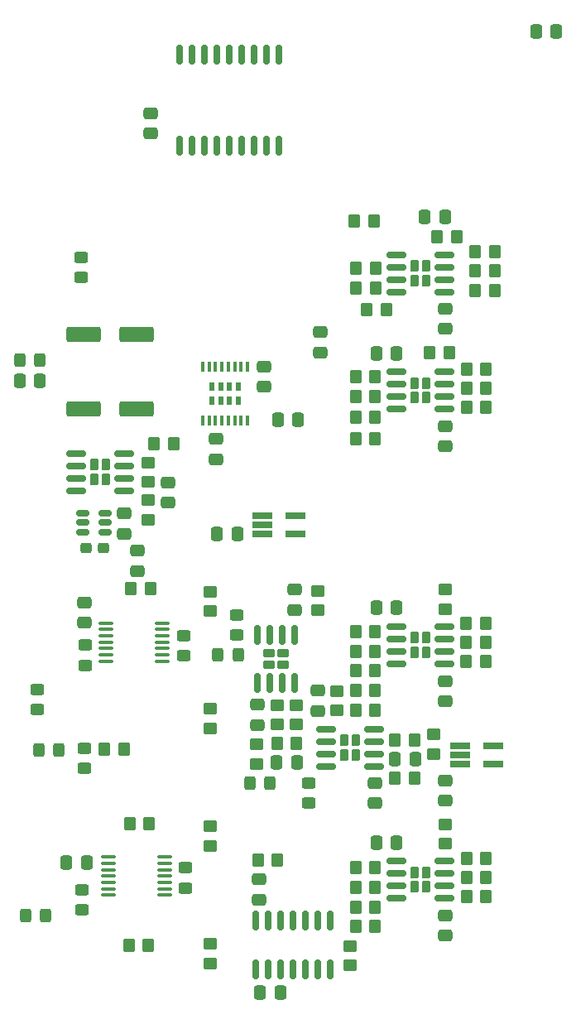
<source format=gbr>
%TF.GenerationSoftware,KiCad,Pcbnew,(6.0.1)*%
%TF.CreationDate,2022-02-15T11:42:12-08:00*%
%TF.ProjectId,main_board,6d61696e-5f62-46f6-9172-642e6b696361,rev?*%
%TF.SameCoordinates,Original*%
%TF.FileFunction,Paste,Bot*%
%TF.FilePolarity,Positive*%
%FSLAX46Y46*%
G04 Gerber Fmt 4.6, Leading zero omitted, Abs format (unit mm)*
G04 Created by KiCad (PCBNEW (6.0.1)) date 2022-02-15 11:42:12*
%MOMM*%
%LPD*%
G01*
G04 APERTURE LIST*
G04 Aperture macros list*
%AMRoundRect*
0 Rectangle with rounded corners*
0 $1 Rounding radius*
0 $2 $3 $4 $5 $6 $7 $8 $9 X,Y pos of 4 corners*
0 Add a 4 corners polygon primitive as box body*
4,1,4,$2,$3,$4,$5,$6,$7,$8,$9,$2,$3,0*
0 Add four circle primitives for the rounded corners*
1,1,$1+$1,$2,$3*
1,1,$1+$1,$4,$5*
1,1,$1+$1,$6,$7*
1,1,$1+$1,$8,$9*
0 Add four rect primitives between the rounded corners*
20,1,$1+$1,$2,$3,$4,$5,0*
20,1,$1+$1,$4,$5,$6,$7,0*
20,1,$1+$1,$6,$7,$8,$9,0*
20,1,$1+$1,$8,$9,$2,$3,0*%
G04 Aperture macros list end*
%ADD10RoundRect,0.250000X-0.350000X-0.450000X0.350000X-0.450000X0.350000X0.450000X-0.350000X0.450000X0*%
%ADD11RoundRect,0.250000X0.350000X0.450000X-0.350000X0.450000X-0.350000X-0.450000X0.350000X-0.450000X0*%
%ADD12RoundRect,0.250000X0.475000X-0.337500X0.475000X0.337500X-0.475000X0.337500X-0.475000X-0.337500X0*%
%ADD13RoundRect,0.250000X0.450000X-0.325000X0.450000X0.325000X-0.450000X0.325000X-0.450000X-0.325000X0*%
%ADD14RoundRect,0.230000X-0.230000X-0.375000X0.230000X-0.375000X0.230000X0.375000X-0.230000X0.375000X0*%
%ADD15RoundRect,0.150000X-0.825000X-0.150000X0.825000X-0.150000X0.825000X0.150000X-0.825000X0.150000X0*%
%ADD16RoundRect,0.250000X0.450000X-0.350000X0.450000X0.350000X-0.450000X0.350000X-0.450000X-0.350000X0*%
%ADD17RoundRect,0.250000X-0.475000X0.337500X-0.475000X-0.337500X0.475000X-0.337500X0.475000X0.337500X0*%
%ADD18R,2.000000X0.650000*%
%ADD19RoundRect,0.250000X0.325000X0.450000X-0.325000X0.450000X-0.325000X-0.450000X0.325000X-0.450000X0*%
%ADD20RoundRect,0.150000X-0.150000X0.875000X-0.150000X-0.875000X0.150000X-0.875000X0.150000X0.875000X0*%
%ADD21RoundRect,0.230000X0.230000X0.375000X-0.230000X0.375000X-0.230000X-0.375000X0.230000X-0.375000X0*%
%ADD22RoundRect,0.150000X0.825000X0.150000X-0.825000X0.150000X-0.825000X-0.150000X0.825000X-0.150000X0*%
%ADD23RoundRect,0.250000X-0.337500X-0.475000X0.337500X-0.475000X0.337500X0.475000X-0.337500X0.475000X0*%
%ADD24RoundRect,0.250000X0.337500X0.475000X-0.337500X0.475000X-0.337500X-0.475000X0.337500X-0.475000X0*%
%ADD25RoundRect,0.150000X-0.150000X0.825000X-0.150000X-0.825000X0.150000X-0.825000X0.150000X0.825000X0*%
%ADD26RoundRect,0.100000X0.637500X0.100000X-0.637500X0.100000X-0.637500X-0.100000X0.637500X-0.100000X0*%
%ADD27RoundRect,0.250000X-0.450000X0.350000X-0.450000X-0.350000X0.450000X-0.350000X0.450000X0.350000X0*%
%ADD28RoundRect,0.250000X1.500000X0.550000X-1.500000X0.550000X-1.500000X-0.550000X1.500000X-0.550000X0*%
%ADD29R,0.450000X1.050000*%
%ADD30R,0.537000X0.882000*%
%ADD31RoundRect,0.230000X0.375000X-0.230000X0.375000X0.230000X-0.375000X0.230000X-0.375000X-0.230000X0*%
%ADD32RoundRect,0.150000X0.150000X-0.825000X0.150000X0.825000X-0.150000X0.825000X-0.150000X-0.825000X0*%
%ADD33RoundRect,0.250000X-0.450000X0.325000X-0.450000X-0.325000X0.450000X-0.325000X0.450000X0.325000X0*%
%ADD34RoundRect,0.250000X-0.325000X-0.450000X0.325000X-0.450000X0.325000X0.450000X-0.325000X0.450000X0*%
%ADD35RoundRect,0.150000X-0.512500X-0.150000X0.512500X-0.150000X0.512500X0.150000X-0.512500X0.150000X0*%
%ADD36RoundRect,0.250000X-1.500000X-0.550000X1.500000X-0.550000X1.500000X0.550000X-1.500000X0.550000X0*%
%ADD37RoundRect,0.250000X0.312500X0.275000X-0.312500X0.275000X-0.312500X-0.275000X0.312500X-0.275000X0*%
G04 APERTURE END LIST*
D10*
X98200000Y-91250000D03*
X100200000Y-91250000D03*
D11*
X88850000Y-122100000D03*
X86850000Y-122100000D03*
D12*
X83200000Y-89537500D03*
X83200000Y-87462500D03*
X80600000Y-115875000D03*
X80600000Y-113800000D03*
D11*
X88900000Y-82950000D03*
X86900000Y-82950000D03*
D10*
X66250000Y-98850000D03*
X68250000Y-98850000D03*
D13*
X69400000Y-144300000D03*
X69400000Y-142250000D03*
D10*
X98150000Y-119200000D03*
X100150000Y-119200000D03*
D14*
X94070000Y-92650000D03*
X92930000Y-92650000D03*
X94070000Y-94150000D03*
X92930000Y-94150000D03*
D15*
X91025000Y-95305000D03*
X91025000Y-94035000D03*
X91025000Y-92765000D03*
X91025000Y-91495000D03*
X95975000Y-91495000D03*
X95975000Y-92765000D03*
X95975000Y-94035000D03*
X95975000Y-95305000D03*
D11*
X88850000Y-144250000D03*
X86850000Y-144250000D03*
X88850000Y-96150000D03*
X86850000Y-96150000D03*
D12*
X59100000Y-117187500D03*
X59100000Y-115112500D03*
D11*
X78850000Y-141450000D03*
X76850000Y-141450000D03*
D16*
X96050000Y-115800000D03*
X96050000Y-113800000D03*
D10*
X98200000Y-145150000D03*
X100200000Y-145150000D03*
X98200000Y-93200000D03*
X100200000Y-93200000D03*
D17*
X96000000Y-147112500D03*
X96000000Y-149187500D03*
D18*
X77290000Y-108100000D03*
X77290000Y-107150000D03*
X77290000Y-106200000D03*
X80710000Y-106200000D03*
X80710000Y-108100000D03*
D14*
X92930000Y-144200000D03*
X94070000Y-142700000D03*
X94070000Y-144200000D03*
X92930000Y-142700000D03*
D15*
X91025000Y-145355000D03*
X91025000Y-144085000D03*
X91025000Y-142815000D03*
X91025000Y-141545000D03*
X95975000Y-141545000D03*
X95975000Y-142815000D03*
X95975000Y-144085000D03*
X95975000Y-145355000D03*
D12*
X65893750Y-67143750D03*
X65893750Y-65068750D03*
D10*
X98150000Y-117250000D03*
X100150000Y-117250000D03*
D19*
X78075000Y-133550000D03*
X76025000Y-133550000D03*
D17*
X64550000Y-109812500D03*
X64550000Y-111887500D03*
D11*
X88850000Y-98400000D03*
X86850000Y-98400000D03*
D16*
X96000000Y-139800000D03*
X96000000Y-137800000D03*
D10*
X63750000Y-137700000D03*
X65750000Y-137700000D03*
X99100000Y-81200000D03*
X101100000Y-81200000D03*
D17*
X67650000Y-102812500D03*
X67650000Y-104887500D03*
D11*
X88850000Y-92050000D03*
X86850000Y-92050000D03*
D14*
X92930000Y-118700000D03*
X94070000Y-118700000D03*
X94070000Y-120200000D03*
X92930000Y-120200000D03*
D15*
X91025000Y-121355000D03*
X91025000Y-120085000D03*
X91025000Y-118815000D03*
X91025000Y-117545000D03*
X95975000Y-117545000D03*
X95975000Y-118815000D03*
X95975000Y-120085000D03*
X95975000Y-121355000D03*
D13*
X58850000Y-146575000D03*
X58850000Y-144525000D03*
D20*
X68820000Y-59050000D03*
X70090000Y-59050000D03*
X71360000Y-59050000D03*
X72630000Y-59050000D03*
X73900000Y-59050000D03*
X75170000Y-59050000D03*
X76440000Y-59050000D03*
X77710000Y-59050000D03*
X78980000Y-59050000D03*
X78980000Y-68350000D03*
X77710000Y-68350000D03*
X76440000Y-68350000D03*
X75170000Y-68350000D03*
X73900000Y-68350000D03*
X72630000Y-68350000D03*
X71360000Y-68350000D03*
X70090000Y-68350000D03*
X68820000Y-68350000D03*
D12*
X88800000Y-135637500D03*
X88800000Y-133562500D03*
D17*
X63150000Y-106012500D03*
X63150000Y-108087500D03*
D10*
X98200000Y-143200000D03*
X100200000Y-143200000D03*
D21*
X86870000Y-129200000D03*
X85730000Y-129200000D03*
X85730000Y-130700000D03*
X86870000Y-130700000D03*
D22*
X88775000Y-128045000D03*
X88775000Y-129315000D03*
X88775000Y-130585000D03*
X88775000Y-131855000D03*
X83825000Y-131855000D03*
X83825000Y-130585000D03*
X83825000Y-129315000D03*
X83825000Y-128045000D03*
D23*
X88962500Y-115650000D03*
X91037500Y-115650000D03*
D11*
X88850000Y-94050000D03*
X86850000Y-94050000D03*
D23*
X88962500Y-139650000D03*
X91037500Y-139650000D03*
D24*
X80987500Y-96400000D03*
X78912500Y-96400000D03*
D11*
X88900000Y-80950000D03*
X86900000Y-80950000D03*
D10*
X63850000Y-113700000D03*
X65850000Y-113700000D03*
D16*
X80750000Y-127600000D03*
X80750000Y-125600000D03*
D24*
X59337500Y-141750000D03*
X57262500Y-141750000D03*
D13*
X58750000Y-81850000D03*
X58750000Y-79800000D03*
D25*
X76640000Y-147675000D03*
X77910000Y-147675000D03*
X79180000Y-147675000D03*
X80450000Y-147675000D03*
X81720000Y-147675000D03*
X82990000Y-147675000D03*
X84260000Y-147675000D03*
X84260000Y-152625000D03*
X82990000Y-152625000D03*
X81720000Y-152625000D03*
X80450000Y-152625000D03*
X79180000Y-152625000D03*
X77910000Y-152625000D03*
X76640000Y-152625000D03*
D10*
X86850000Y-126100000D03*
X88850000Y-126100000D03*
D26*
X67312500Y-141150000D03*
X67312500Y-141800000D03*
X67312500Y-142450000D03*
X67312500Y-143100000D03*
X67312500Y-143750000D03*
X67312500Y-144400000D03*
X67312500Y-145050000D03*
X61587500Y-145050000D03*
X61587500Y-144400000D03*
X61587500Y-143750000D03*
X61587500Y-143100000D03*
X61587500Y-142450000D03*
X61587500Y-141800000D03*
X61587500Y-141150000D03*
D13*
X82050000Y-135625000D03*
X82050000Y-133575000D03*
D10*
X98200000Y-95150000D03*
X100200000Y-95150000D03*
D27*
X65600000Y-104650000D03*
X65600000Y-106650000D03*
D23*
X78762500Y-131500000D03*
X80837500Y-131500000D03*
D13*
X59200000Y-121525000D03*
X59200000Y-119475000D03*
D23*
X77062500Y-155000000D03*
X79137500Y-155000000D03*
D11*
X88850000Y-142250000D03*
X86850000Y-142250000D03*
D28*
X64400000Y-87700000D03*
X59000000Y-87700000D03*
D19*
X55125000Y-147100000D03*
X53075000Y-147100000D03*
D11*
X92900000Y-129200000D03*
X90900000Y-129200000D03*
D17*
X96050000Y-85062500D03*
X96050000Y-87137500D03*
D11*
X88850000Y-146250000D03*
X86850000Y-146250000D03*
D10*
X98150000Y-121150000D03*
X100150000Y-121150000D03*
D14*
X94070000Y-80700000D03*
X94070000Y-82200000D03*
X92930000Y-82200000D03*
X92930000Y-80700000D03*
D15*
X91025000Y-83355000D03*
X91025000Y-82085000D03*
X91025000Y-80815000D03*
X91025000Y-79545000D03*
X95975000Y-79545000D03*
X95975000Y-80815000D03*
X95975000Y-82085000D03*
X95975000Y-83355000D03*
D29*
X75775000Y-96525000D03*
X75125000Y-96525000D03*
X74475000Y-96525000D03*
X73825000Y-96525000D03*
X73175000Y-96525000D03*
X72525000Y-96525000D03*
X71875000Y-96525000D03*
X71225000Y-96525000D03*
X71225000Y-90975000D03*
X71875000Y-90975000D03*
X72525000Y-90975000D03*
X73175000Y-90975000D03*
X73825000Y-90975000D03*
X74475000Y-90975000D03*
X75125000Y-90975000D03*
X75775000Y-90975000D03*
D30*
X73947500Y-94485000D03*
X72157500Y-94485000D03*
X74842500Y-94485000D03*
X72157500Y-93015000D03*
X73052500Y-93015000D03*
X73052500Y-94485000D03*
X74842500Y-93015000D03*
X73947500Y-93015000D03*
D16*
X84950000Y-126150000D03*
X84950000Y-124150000D03*
D27*
X78800000Y-125600000D03*
X78800000Y-127600000D03*
D10*
X99100000Y-79200000D03*
X101100000Y-79200000D03*
D24*
X95987500Y-75700000D03*
X93912500Y-75700000D03*
D11*
X90000000Y-85150000D03*
X88000000Y-85150000D03*
D31*
X79450000Y-121470000D03*
X77950000Y-121470000D03*
X79450000Y-120330000D03*
X77950000Y-120330000D03*
D32*
X80605000Y-123375000D03*
X79335000Y-123375000D03*
X78065000Y-123375000D03*
X76795000Y-123375000D03*
X76795000Y-118425000D03*
X78065000Y-118425000D03*
X79335000Y-118425000D03*
X80605000Y-118425000D03*
D16*
X72000000Y-128000000D03*
X72000000Y-126000000D03*
D23*
X88962500Y-89600000D03*
X91037500Y-89600000D03*
D17*
X96050000Y-123162500D03*
X96050000Y-125237500D03*
D11*
X80800000Y-129500000D03*
X78800000Y-129500000D03*
D33*
X54300000Y-123975000D03*
X54300000Y-126025000D03*
D17*
X96050000Y-133312500D03*
X96050000Y-135387500D03*
D12*
X76800000Y-127637500D03*
X76800000Y-125562500D03*
D11*
X88850000Y-148250000D03*
X86850000Y-148250000D03*
D12*
X82950000Y-126187500D03*
X82950000Y-124112500D03*
D26*
X67062500Y-117200000D03*
X67062500Y-117850000D03*
X67062500Y-118500000D03*
X67062500Y-119150000D03*
X67062500Y-119800000D03*
X67062500Y-120450000D03*
X67062500Y-121100000D03*
X61337500Y-121100000D03*
X61337500Y-120450000D03*
X61337500Y-119800000D03*
X61337500Y-119150000D03*
X61337500Y-118500000D03*
X61337500Y-117850000D03*
X61337500Y-117200000D03*
D16*
X65600000Y-102800000D03*
X65600000Y-100800000D03*
D33*
X59150000Y-130025000D03*
X59150000Y-132075000D03*
D12*
X77000000Y-145487500D03*
X77000000Y-143412500D03*
D11*
X96450000Y-89550000D03*
X94450000Y-89550000D03*
D23*
X105312500Y-56700000D03*
X107387500Y-56700000D03*
D24*
X74737500Y-108100000D03*
X72662500Y-108100000D03*
D17*
X96000000Y-97062500D03*
X96000000Y-99137500D03*
D11*
X88750000Y-76100000D03*
X86750000Y-76100000D03*
D13*
X74700000Y-118425000D03*
X74700000Y-116375000D03*
D10*
X90900000Y-133100000D03*
X92900000Y-133100000D03*
D34*
X72775000Y-120450000D03*
X74825000Y-120450000D03*
D16*
X72000000Y-140000000D03*
X72000000Y-138000000D03*
D11*
X101100000Y-83200000D03*
X99100000Y-83200000D03*
D16*
X94800000Y-130600000D03*
X94800000Y-128600000D03*
D34*
X52475000Y-90350000D03*
X54525000Y-90350000D03*
D11*
X88850000Y-120100000D03*
X86850000Y-120100000D03*
D16*
X86250000Y-152250000D03*
X86250000Y-150250000D03*
D11*
X97200000Y-77700000D03*
X95200000Y-77700000D03*
D13*
X69250000Y-120575000D03*
X69250000Y-118525000D03*
D17*
X77500000Y-90962500D03*
X77500000Y-93037500D03*
D14*
X60130000Y-102500000D03*
X61270000Y-101000000D03*
X60130000Y-101000000D03*
X61270000Y-102500000D03*
D15*
X58225000Y-103655000D03*
X58225000Y-102385000D03*
X58225000Y-101115000D03*
X58225000Y-99845000D03*
X63175000Y-99845000D03*
X63175000Y-101115000D03*
X63175000Y-102385000D03*
X63175000Y-103655000D03*
D10*
X61150000Y-130100000D03*
X63150000Y-130100000D03*
D11*
X88850000Y-118100000D03*
X86850000Y-118100000D03*
D10*
X63650000Y-150150000D03*
X65650000Y-150150000D03*
D11*
X88850000Y-124100000D03*
X86850000Y-124100000D03*
D16*
X72000000Y-116000000D03*
X72000000Y-114000000D03*
D35*
X58912500Y-107900000D03*
X58912500Y-106950000D03*
X58912500Y-106000000D03*
X61187500Y-106000000D03*
X61187500Y-106950000D03*
X61187500Y-107900000D03*
D16*
X83000000Y-115900000D03*
X83000000Y-113900000D03*
D23*
X52462500Y-92450000D03*
X54537500Y-92450000D03*
D16*
X72000000Y-152000000D03*
X72000000Y-150000000D03*
D10*
X98200000Y-141250000D03*
X100200000Y-141250000D03*
D23*
X90862500Y-131150000D03*
X92937500Y-131150000D03*
D17*
X72550000Y-98362500D03*
X72550000Y-100437500D03*
D19*
X56475000Y-130200000D03*
X54425000Y-130200000D03*
D18*
X97540000Y-131650000D03*
X97540000Y-130700000D03*
X97540000Y-129750000D03*
X100960000Y-129750000D03*
X100960000Y-131650000D03*
D16*
X76750000Y-131600000D03*
X76750000Y-129600000D03*
D36*
X59000000Y-95350000D03*
X64400000Y-95350000D03*
D37*
X61087500Y-109550000D03*
X59312500Y-109550000D03*
M02*

</source>
